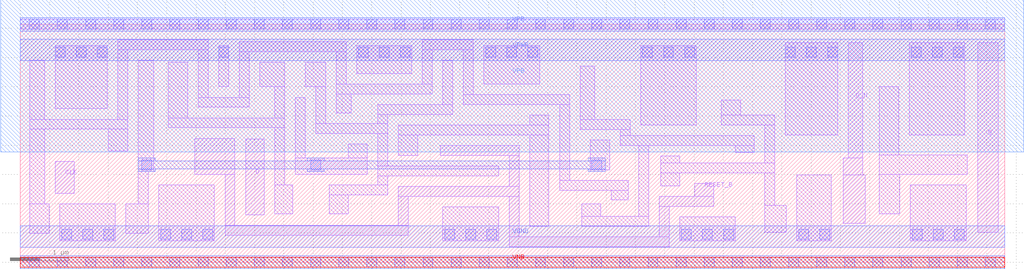
<source format=lef>
# Copyright 2020 The SkyWater PDK Authors
#
# Licensed under the Apache License, Version 2.0 (the "License");
# you may not use this file except in compliance with the License.
# You may obtain a copy of the License at
#
#     https://www.apache.org/licenses/LICENSE-2.0
#
# Unless required by applicable law or agreed to in writing, software
# distributed under the License is distributed on an "AS IS" BASIS,
# WITHOUT WARRANTIES OR CONDITIONS OF ANY KIND, either express or implied.
# See the License for the specific language governing permissions and
# limitations under the License.
#
# SPDX-License-Identifier: Apache-2.0

VERSION 5.7 ;
  NOWIREEXTENSIONATPIN ON ;
  DIVIDERCHAR "/" ;
  BUSBITCHARS "[]" ;
MACRO sky130_fd_sc_hvl__dfrbp_1
  CLASS CORE ;
  FOREIGN sky130_fd_sc_hvl__dfrbp_1 ;
  ORIGIN  0.000000  0.000000 ;
  SIZE  16.80000 BY  4.070000 ;
  SYMMETRY X Y ;
  SITE unithv ;
  PIN D
    ANTENNAGATEAREA  0.420000 ;
    DIRECTION INPUT ;
    USE SIGNAL ;
    PORT
      LAYER li1 ;
        RECT 3.850000 0.810000 4.165000 2.105000 ;
    END
  END D
  PIN Q
    ANTENNADIFFAREA  0.626250 ;
    DIRECTION OUTPUT ;
    USE SIGNAL ;
    PORT
      LAYER li1 ;
        RECT 16.340000 0.515000 16.690000 3.755000 ;
    END
  END Q
  PIN Q_N
    ANTENNADIFFAREA  0.641250 ;
    DIRECTION OUTPUT ;
    USE SIGNAL ;
    PORT
      LAYER li1 ;
        RECT 14.045000 0.665000 14.425000 1.495000 ;
        RECT 14.045000 1.495000 14.380000 1.780000 ;
        RECT 14.130000 1.780000 14.380000 3.755000 ;
    END
  END Q_N
  PIN RESET_B
    ANTENNAGATEAREA  1.260000 ;
    DIRECTION INPUT ;
    USE SIGNAL ;
    PORT
      LAYER li1 ;
        RECT  2.980000 1.505000  3.665000 2.120000 ;
        RECT  3.495000 0.460000  6.625000 0.630000 ;
        RECT  3.495000 0.630000  3.665000 1.505000 ;
        RECT  6.455000 0.630000  6.625000 1.125000 ;
        RECT  6.455000 1.125000  8.515000 1.295000 ;
        RECT  7.165000 1.825000  8.515000 1.995000 ;
        RECT  8.345000 0.265000 11.075000 0.435000 ;
        RECT  8.345000 0.435000  8.515000 1.125000 ;
        RECT  8.345000 1.295000  8.515000 1.825000 ;
        RECT 10.905000 0.435000 11.075000 0.960000 ;
        RECT 10.905000 0.960000 11.840000 1.130000 ;
        RECT 11.510000 1.130000 11.840000 1.350000 ;
    END
  END RESET_B
  PIN CLK
    ANTENNAGATEAREA  0.585000 ;
    DIRECTION INPUT ;
    USE CLOCK ;
    PORT
      LAYER li1 ;
        RECT 0.595000 1.175000 0.925000 1.720000 ;
    END
  END CLK
  PIN VGND
    DIRECTION INOUT ;
    USE GROUND ;
    PORT
      LAYER met1 ;
        RECT 0.000000 0.255000 16.800000 0.625000 ;
    END
  END VGND
  PIN VNB
    DIRECTION INOUT ;
    USE GROUND ;
    PORT
      LAYER met1 ;
        RECT 0.000000 -0.115000 16.800000 0.115000 ;
      LAYER pwell ;
        RECT 0.000000 -0.085000 16.800000 0.085000 ;
    END
  END VNB
  PIN VPB
    DIRECTION INOUT ;
    USE POWER ;
    PORT
      LAYER met1 ;
        RECT 0.000000 3.955000 16.800000 4.185000 ;
      LAYER nwell ;
        RECT -0.330000 1.885000 17.130000 4.485000 ;
    END
  END VPB
  PIN VPWR
    DIRECTION INOUT ;
    USE POWER ;
    PORT
      LAYER met1 ;
        RECT 0.000000 3.445000 16.800000 3.815000 ;
    END
  END VPWR
  OBS
    LAYER li1 ;
      RECT  0.000000 -0.085000 16.800000 0.085000 ;
      RECT  0.000000  3.985000 16.800000 4.155000 ;
      RECT  0.165000  0.495000  0.495000 0.995000 ;
      RECT  0.165000  0.995000  0.415000 2.275000 ;
      RECT  0.165000  2.275000  1.835000 2.445000 ;
      RECT  0.165000  2.445000  0.415000 3.455000 ;
      RECT  0.595000  2.625000  1.485000 3.705000 ;
      RECT  0.675000  0.365000  1.625000 0.995000 ;
      RECT  1.505000  1.900000  1.835000 2.275000 ;
      RECT  1.665000  2.445000  1.835000 3.635000 ;
      RECT  1.665000  3.635000  3.205000 3.805000 ;
      RECT  1.805000  0.495000  2.185000 0.995000 ;
      RECT  2.015000  0.995000  2.185000 1.550000 ;
      RECT  2.015000  1.550000  2.275000 3.455000 ;
      RECT  2.365000  0.365000  3.315000 1.325000 ;
      RECT  2.525000  2.300000  4.515000 2.470000 ;
      RECT  2.525000  2.470000  2.855000 3.420000 ;
      RECT  3.035000  2.650000  3.905000 2.820000 ;
      RECT  3.035000  2.820000  3.205000 3.635000 ;
      RECT  3.385000  3.000000  3.555000 3.705000 ;
      RECT  3.735000  2.820000  3.905000 3.600000 ;
      RECT  3.735000  3.600000  5.565000 3.770000 ;
      RECT  4.085000  3.000000  4.515000 3.420000 ;
      RECT  4.345000  0.825000  4.655000 1.325000 ;
      RECT  4.345000  1.325000  4.515000 2.300000 ;
      RECT  4.345000  2.470000  4.515000 3.000000 ;
      RECT  4.695000  1.505000  5.925000 1.780000 ;
      RECT  4.695000  1.780000  4.865000 2.820000 ;
      RECT  4.865000  3.000000  5.215000 3.420000 ;
      RECT  5.045000  2.200000  6.275000 2.370000 ;
      RECT  5.045000  2.370000  5.215000 3.000000 ;
      RECT  5.270000  0.825000  5.600000 1.155000 ;
      RECT  5.270000  1.155000  6.275000 1.325000 ;
      RECT  5.395000  2.550000  5.650000 2.875000 ;
      RECT  5.395000  2.875000  7.035000 3.045000 ;
      RECT  5.395000  3.045000  5.565000 3.600000 ;
      RECT  5.595000  1.780000  5.925000 2.020000 ;
      RECT  5.745000  3.225000  6.685000 3.705000 ;
      RECT  6.105000  1.325000  6.275000 1.475000 ;
      RECT  6.105000  1.475000  8.165000 1.645000 ;
      RECT  6.105000  1.645000  6.275000 2.200000 ;
      RECT  6.105000  2.370000  6.275000 2.525000 ;
      RECT  6.105000  2.525000  7.385000 2.695000 ;
      RECT  6.455000  1.825000  6.785000 2.175000 ;
      RECT  6.455000  2.175000  9.025000 2.345000 ;
      RECT  6.865000  3.045000  7.035000 3.635000 ;
      RECT  6.865000  3.635000  7.735000 3.805000 ;
      RECT  7.215000  0.365000  8.165000 0.945000 ;
      RECT  7.215000  2.695000  7.385000 3.455000 ;
      RECT  7.565000  2.700000  9.375000 2.870000 ;
      RECT  7.565000  2.870000  7.735000 3.635000 ;
      RECT  7.915000  3.050000  8.865000 3.705000 ;
      RECT  8.695000  0.615000  9.025000 2.175000 ;
      RECT  8.695000  2.345000  9.025000 2.520000 ;
      RECT  9.205000  1.230000 10.375000 1.400000 ;
      RECT  9.205000  1.400000  9.375000 2.700000 ;
      RECT  9.555000  2.270000 10.410000 2.440000 ;
      RECT  9.555000  2.440000  9.805000 3.350000 ;
      RECT  9.580000  0.615000 10.725000 0.785000 ;
      RECT  9.580000  0.785000  9.910000 0.995000 ;
      RECT  9.725000  1.580000 10.060000 2.090000 ;
      RECT 10.090000  1.070000 10.375000 1.230000 ;
      RECT 10.240000  2.000000 12.530000 2.170000 ;
      RECT 10.240000  2.170000 10.410000 2.270000 ;
      RECT 10.555000  0.785000 10.725000 2.000000 ;
      RECT 10.590000  2.350000 11.540000 3.705000 ;
      RECT 10.930000  1.310000 11.260000 1.530000 ;
      RECT 10.930000  1.530000 12.880000 1.700000 ;
      RECT 10.930000  1.700000 11.260000 1.820000 ;
      RECT 11.255000  0.365000 12.205000 0.780000 ;
      RECT 11.965000  2.350000 12.880000 2.520000 ;
      RECT 11.965000  2.520000 12.295000 2.770000 ;
      RECT 12.200000  1.880000 12.530000 2.000000 ;
      RECT 12.710000  0.515000 13.075000 0.975000 ;
      RECT 12.710000  0.975000 12.880000 1.530000 ;
      RECT 12.710000  1.700000 12.880000 2.350000 ;
      RECT 13.060000  2.175000 13.950000 3.755000 ;
      RECT 13.255000  0.365000 13.845000 1.495000 ;
      RECT 14.665000  0.825000 15.015000 1.505000 ;
      RECT 14.665000  1.505000 16.160000 1.835000 ;
      RECT 14.665000  1.835000 14.995000 3.005000 ;
      RECT 15.175000  2.175000 16.125000 3.755000 ;
      RECT 15.195000  0.365000 16.145000 1.325000 ;
    LAYER mcon ;
      RECT  0.155000 -0.085000  0.325000 0.085000 ;
      RECT  0.155000  3.985000  0.325000 4.155000 ;
      RECT  0.595000  3.505000  0.765000 3.675000 ;
      RECT  0.635000 -0.085000  0.805000 0.085000 ;
      RECT  0.635000  3.985000  0.805000 4.155000 ;
      RECT  0.705000  0.395000  0.875000 0.565000 ;
      RECT  0.955000  3.505000  1.125000 3.675000 ;
      RECT  1.065000  0.395000  1.235000 0.565000 ;
      RECT  1.115000 -0.085000  1.285000 0.085000 ;
      RECT  1.115000  3.985000  1.285000 4.155000 ;
      RECT  1.315000  3.505000  1.485000 3.675000 ;
      RECT  1.425000  0.395000  1.595000 0.565000 ;
      RECT  1.595000 -0.085000  1.765000 0.085000 ;
      RECT  1.595000  3.985000  1.765000 4.155000 ;
      RECT  2.075000 -0.085000  2.245000 0.085000 ;
      RECT  2.075000  1.580000  2.245000 1.750000 ;
      RECT  2.075000  3.985000  2.245000 4.155000 ;
      RECT  2.395000  0.395000  2.565000 0.565000 ;
      RECT  2.555000 -0.085000  2.725000 0.085000 ;
      RECT  2.555000  3.985000  2.725000 4.155000 ;
      RECT  2.755000  0.395000  2.925000 0.565000 ;
      RECT  3.035000 -0.085000  3.205000 0.085000 ;
      RECT  3.035000  3.985000  3.205000 4.155000 ;
      RECT  3.115000  0.395000  3.285000 0.565000 ;
      RECT  3.385000  3.505000  3.555000 3.675000 ;
      RECT  3.515000 -0.085000  3.685000 0.085000 ;
      RECT  3.515000  3.985000  3.685000 4.155000 ;
      RECT  3.995000 -0.085000  4.165000 0.085000 ;
      RECT  3.995000  3.985000  4.165000 4.155000 ;
      RECT  4.475000 -0.085000  4.645000 0.085000 ;
      RECT  4.475000  3.985000  4.645000 4.155000 ;
      RECT  4.955000 -0.085000  5.125000 0.085000 ;
      RECT  4.955000  1.580000  5.125000 1.750000 ;
      RECT  4.955000  3.985000  5.125000 4.155000 ;
      RECT  5.435000 -0.085000  5.605000 0.085000 ;
      RECT  5.435000  3.985000  5.605000 4.155000 ;
      RECT  5.770000  3.505000  5.940000 3.675000 ;
      RECT  5.915000 -0.085000  6.085000 0.085000 ;
      RECT  5.915000  3.985000  6.085000 4.155000 ;
      RECT  6.130000  3.505000  6.300000 3.675000 ;
      RECT  6.395000 -0.085000  6.565000 0.085000 ;
      RECT  6.395000  3.985000  6.565000 4.155000 ;
      RECT  6.490000  3.505000  6.660000 3.675000 ;
      RECT  6.875000 -0.085000  7.045000 0.085000 ;
      RECT  6.875000  3.985000  7.045000 4.155000 ;
      RECT  7.245000  0.395000  7.415000 0.565000 ;
      RECT  7.355000 -0.085000  7.525000 0.085000 ;
      RECT  7.355000  3.985000  7.525000 4.155000 ;
      RECT  7.605000  0.395000  7.775000 0.565000 ;
      RECT  7.835000 -0.085000  8.005000 0.085000 ;
      RECT  7.835000  3.985000  8.005000 4.155000 ;
      RECT  7.945000  3.505000  8.115000 3.675000 ;
      RECT  7.965000  0.395000  8.135000 0.565000 ;
      RECT  8.305000  3.505000  8.475000 3.675000 ;
      RECT  8.315000 -0.085000  8.485000 0.085000 ;
      RECT  8.315000  3.985000  8.485000 4.155000 ;
      RECT  8.665000  3.505000  8.835000 3.675000 ;
      RECT  8.795000 -0.085000  8.965000 0.085000 ;
      RECT  8.795000  3.985000  8.965000 4.155000 ;
      RECT  9.275000 -0.085000  9.445000 0.085000 ;
      RECT  9.275000  3.985000  9.445000 4.155000 ;
      RECT  9.755000 -0.085000  9.925000 0.085000 ;
      RECT  9.755000  1.580000  9.925000 1.750000 ;
      RECT  9.755000  3.985000  9.925000 4.155000 ;
      RECT 10.235000 -0.085000 10.405000 0.085000 ;
      RECT 10.235000  3.985000 10.405000 4.155000 ;
      RECT 10.620000  3.505000 10.790000 3.675000 ;
      RECT 10.715000 -0.085000 10.885000 0.085000 ;
      RECT 10.715000  3.985000 10.885000 4.155000 ;
      RECT 10.980000  3.505000 11.150000 3.675000 ;
      RECT 11.195000 -0.085000 11.365000 0.085000 ;
      RECT 11.195000  3.985000 11.365000 4.155000 ;
      RECT 11.285000  0.395000 11.455000 0.565000 ;
      RECT 11.340000  3.505000 11.510000 3.675000 ;
      RECT 11.645000  0.395000 11.815000 0.565000 ;
      RECT 11.675000 -0.085000 11.845000 0.085000 ;
      RECT 11.675000  3.985000 11.845000 4.155000 ;
      RECT 12.005000  0.395000 12.175000 0.565000 ;
      RECT 12.155000 -0.085000 12.325000 0.085000 ;
      RECT 12.155000  3.985000 12.325000 4.155000 ;
      RECT 12.635000 -0.085000 12.805000 0.085000 ;
      RECT 12.635000  3.985000 12.805000 4.155000 ;
      RECT 13.060000  3.505000 13.230000 3.675000 ;
      RECT 13.115000 -0.085000 13.285000 0.085000 ;
      RECT 13.115000  3.985000 13.285000 4.155000 ;
      RECT 13.285000  0.395000 13.455000 0.565000 ;
      RECT 13.420000  3.505000 13.590000 3.675000 ;
      RECT 13.595000 -0.085000 13.765000 0.085000 ;
      RECT 13.595000  3.985000 13.765000 4.155000 ;
      RECT 13.645000  0.395000 13.815000 0.565000 ;
      RECT 13.780000  3.505000 13.950000 3.675000 ;
      RECT 14.075000 -0.085000 14.245000 0.085000 ;
      RECT 14.075000  3.985000 14.245000 4.155000 ;
      RECT 14.555000 -0.085000 14.725000 0.085000 ;
      RECT 14.555000  3.985000 14.725000 4.155000 ;
      RECT 15.035000 -0.085000 15.205000 0.085000 ;
      RECT 15.035000  3.985000 15.205000 4.155000 ;
      RECT 15.205000  3.505000 15.375000 3.675000 ;
      RECT 15.225000  0.395000 15.395000 0.565000 ;
      RECT 15.515000 -0.085000 15.685000 0.085000 ;
      RECT 15.515000  3.985000 15.685000 4.155000 ;
      RECT 15.565000  3.505000 15.735000 3.675000 ;
      RECT 15.585000  0.395000 15.755000 0.565000 ;
      RECT 15.925000  3.505000 16.095000 3.675000 ;
      RECT 15.945000  0.395000 16.115000 0.565000 ;
      RECT 15.995000 -0.085000 16.165000 0.085000 ;
      RECT 15.995000  3.985000 16.165000 4.155000 ;
      RECT 16.475000 -0.085000 16.645000 0.085000 ;
      RECT 16.475000  3.985000 16.645000 4.155000 ;
    LAYER met1 ;
      RECT 2.015000 1.550000 2.305000 1.595000 ;
      RECT 2.015000 1.595000 9.985000 1.735000 ;
      RECT 2.015000 1.735000 2.305000 1.780000 ;
      RECT 4.895000 1.550000 5.185000 1.595000 ;
      RECT 4.895000 1.735000 5.185000 1.780000 ;
      RECT 9.695000 1.550000 9.985000 1.595000 ;
      RECT 9.695000 1.735000 9.985000 1.780000 ;
  END
END sky130_fd_sc_hvl__dfrbp_1
END LIBRARY

</source>
